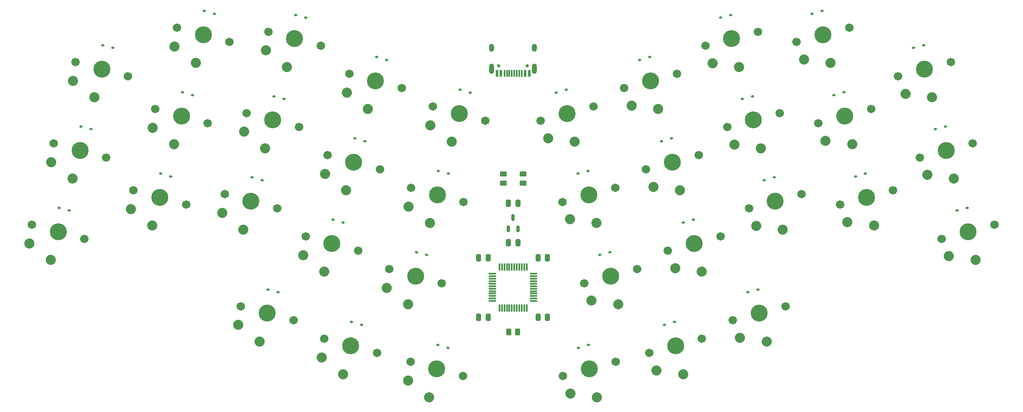
<source format=gts>
G04 #@! TF.GenerationSoftware,KiCad,Pcbnew,8.0.6+1*
G04 #@! TF.CreationDate,2024-12-07T22:08:21+01:00*
G04 #@! TF.ProjectId,keymini,6b65796d-696e-4692-9e6b-696361645f70,rev?*
G04 #@! TF.SameCoordinates,Original*
G04 #@! TF.FileFunction,Soldermask,Top*
G04 #@! TF.FilePolarity,Negative*
%FSLAX46Y46*%
G04 Gerber Fmt 4.6, Leading zero omitted, Abs format (unit mm)*
G04 Created by KiCad (PCBNEW 8.0.6+1) date 2024-12-07 22:08:21*
%MOMM*%
%LPD*%
G01*
G04 APERTURE LIST*
G04 Aperture macros list*
%AMRoundRect*
0 Rectangle with rounded corners*
0 $1 Rounding radius*
0 $2 $3 $4 $5 $6 $7 $8 $9 X,Y pos of 4 corners*
0 Add a 4 corners polygon primitive as box body*
4,1,4,$2,$3,$4,$5,$6,$7,$8,$9,$2,$3,0*
0 Add four circle primitives for the rounded corners*
1,1,$1+$1,$2,$3*
1,1,$1+$1,$4,$5*
1,1,$1+$1,$6,$7*
1,1,$1+$1,$8,$9*
0 Add four rect primitives between the rounded corners*
20,1,$1+$1,$2,$3,$4,$5,0*
20,1,$1+$1,$4,$5,$6,$7,0*
20,1,$1+$1,$6,$7,$8,$9,0*
20,1,$1+$1,$8,$9,$2,$3,0*%
G04 Aperture macros list end*
%ADD10RoundRect,0.250000X0.250000X0.475000X-0.250000X0.475000X-0.250000X-0.475000X0.250000X-0.475000X0*%
%ADD11C,1.701800*%
%ADD12C,3.429000*%
%ADD13C,2.032000*%
%ADD14RoundRect,0.112500X-0.210228X-0.060138X0.151994X-0.157195X0.210228X0.060138X-0.151994X0.157195X0*%
%ADD15RoundRect,0.112500X-0.151994X-0.157195X0.210228X-0.060138X0.151994X0.157195X-0.210228X0.060138X0*%
%ADD16RoundRect,0.250000X-0.250000X-0.475000X0.250000X-0.475000X0.250000X0.475000X-0.250000X0.475000X0*%
%ADD17RoundRect,0.250000X0.450000X-0.262500X0.450000X0.262500X-0.450000X0.262500X-0.450000X-0.262500X0*%
%ADD18RoundRect,0.075000X0.075000X-0.662500X0.075000X0.662500X-0.075000X0.662500X-0.075000X-0.662500X0*%
%ADD19RoundRect,0.075000X0.662500X-0.075000X0.662500X0.075000X-0.662500X0.075000X-0.662500X-0.075000X0*%
%ADD20RoundRect,0.250000X-0.450000X0.262500X-0.450000X-0.262500X0.450000X-0.262500X0.450000X0.262500X0*%
%ADD21RoundRect,0.250000X-0.262500X-0.450000X0.262500X-0.450000X0.262500X0.450000X-0.262500X0.450000X0*%
%ADD22C,0.650000*%
%ADD23R,0.600000X1.450000*%
%ADD24R,0.300000X1.450000*%
%ADD25O,1.000000X2.100000*%
%ADD26O,1.000000X1.600000*%
%ADD27RoundRect,0.150000X0.150000X-0.512500X0.150000X0.512500X-0.150000X0.512500X-0.150000X-0.512500X0*%
G04 APERTURE END LIST*
D10*
G04 #@! TO.C,C2*
X150950000Y-72000000D03*
X149050000Y-72000000D03*
G04 #@! TD*
D11*
G04 #@! TO.C,SW1J1*
X227715408Y-38328505D03*
D12*
X233028000Y-36905000D03*
D11*
X238340592Y-35481495D03*
D13*
X234555032Y-42603962D03*
X229181883Y-41869613D03*
G04 #@! TD*
D14*
G04 #@! TO.C,D2A1*
X62773778Y-48514240D03*
X64802222Y-49057760D03*
G04 #@! TD*
G04 #@! TO.C,D4D1*
X117415778Y-88002240D03*
X119444222Y-88545760D03*
G04 #@! TD*
D11*
G04 #@! TO.C,SW4F1*
X160087408Y-98896505D03*
D12*
X165400000Y-97473000D03*
D11*
X170712592Y-96049495D03*
D13*
X166927032Y-103171962D03*
X161553883Y-102437613D03*
G04 #@! TD*
D11*
G04 #@! TO.C,SW2I1*
X211623408Y-47817505D03*
D12*
X216936000Y-46394000D03*
D11*
X222248592Y-44970495D03*
D13*
X218463032Y-52092962D03*
X213089883Y-51358613D03*
G04 #@! TD*
D11*
G04 #@! TO.C,SW3I1*
X216022408Y-64237505D03*
D12*
X221335000Y-62814000D03*
D11*
X226647592Y-61390495D03*
D13*
X222862032Y-68512962D03*
X217488883Y-67778613D03*
G04 #@! TD*
D11*
G04 #@! TO.C,SW1G1*
X172449408Y-40713505D03*
D12*
X177762000Y-39290000D03*
D11*
X183074592Y-37866495D03*
D13*
X179289032Y-44988962D03*
X173915883Y-44254613D03*
G04 #@! TD*
D15*
G04 #@! TO.C,D2H1*
X196282778Y-42920760D03*
X198311222Y-42377240D03*
G04 #@! TD*
D11*
G04 #@! TO.C,SW4E1*
X129287408Y-96049495D03*
D12*
X134600000Y-97473000D03*
D11*
X139912592Y-98896505D03*
D13*
X133072968Y-103171962D03*
X128786858Y-99849423D03*
G04 #@! TD*
D15*
G04 #@! TO.C,D3H1*
X200682778Y-59341760D03*
X202711222Y-58798240D03*
G04 #@! TD*
D14*
G04 #@! TO.C,D4E1*
X134802778Y-92661240D03*
X136831222Y-93204760D03*
G04 #@! TD*
D11*
G04 #@! TO.C,SW3G1*
X181249408Y-73555505D03*
D12*
X186562000Y-72132000D03*
D11*
X191874592Y-70708495D03*
D13*
X188089032Y-77830962D03*
X182715883Y-77096613D03*
G04 #@! TD*
D11*
G04 #@! TO.C,SW3C1*
X91773408Y-62185495D03*
D12*
X97086000Y-63609000D03*
D11*
X102398592Y-65032505D03*
D13*
X95558968Y-69307962D03*
X91272858Y-65985423D03*
G04 #@! TD*
D10*
G04 #@! TO.C,C4*
X156950000Y-87000000D03*
X155050000Y-87000000D03*
G04 #@! TD*
D16*
G04 #@! TO.C,C1*
X149050000Y-64000000D03*
X150950000Y-64000000D03*
G04 #@! TD*
D15*
G04 #@! TO.C,D4G1*
X180555778Y-88545760D03*
X182584222Y-88002240D03*
G04 #@! TD*
D16*
G04 #@! TO.C,C3*
X155050000Y-75000000D03*
X156950000Y-75000000D03*
G04 #@! TD*
D15*
G04 #@! TO.C,D2G1*
X179931778Y-51442760D03*
X181960222Y-50899240D03*
G04 #@! TD*
G04 #@! TO.C,D1I1*
X210304778Y-25704760D03*
X212333222Y-25161240D03*
G04 #@! TD*
D11*
G04 #@! TO.C,SW4D1*
X111901408Y-91390495D03*
D12*
X117214000Y-92814000D03*
D11*
X122526592Y-94237505D03*
D13*
X115686968Y-98512962D03*
X111400858Y-95190423D03*
G04 #@! TD*
D11*
G04 #@! TO.C,SW4C1*
X95032408Y-84799495D03*
D12*
X100345000Y-86223000D03*
D11*
X105657592Y-87646505D03*
D13*
X98817968Y-91921962D03*
X94531858Y-88599423D03*
G04 #@! TD*
D14*
G04 #@! TO.C,D2B1*
X83266778Y-41582240D03*
X85295222Y-42125760D03*
G04 #@! TD*
D17*
G04 #@! TO.C,R2*
X148000000Y-59912500D03*
X148000000Y-58087500D03*
G04 #@! TD*
D18*
G04 #@! TO.C,U1*
X147250000Y-85162500D03*
X147750000Y-85162500D03*
X148250000Y-85162500D03*
X148750000Y-85162500D03*
X149250000Y-85162500D03*
X149750000Y-85162500D03*
X150250000Y-85162500D03*
X150750000Y-85162500D03*
X151250000Y-85162500D03*
X151750000Y-85162500D03*
X152250000Y-85162500D03*
X152750000Y-85162500D03*
D19*
X154162500Y-83750000D03*
X154162500Y-83250000D03*
X154162500Y-82750000D03*
X154162500Y-82250000D03*
X154162500Y-81750000D03*
X154162500Y-81250000D03*
X154162500Y-80750000D03*
X154162500Y-80250000D03*
X154162500Y-79750000D03*
X154162500Y-79250000D03*
X154162500Y-78750000D03*
X154162500Y-78250000D03*
D18*
X152750000Y-76837500D03*
X152250000Y-76837500D03*
X151750000Y-76837500D03*
X151250000Y-76837500D03*
X150750000Y-76837500D03*
X150250000Y-76837500D03*
X149750000Y-76837500D03*
X149250000Y-76837500D03*
X148750000Y-76837500D03*
X148250000Y-76837500D03*
X147750000Y-76837500D03*
X147250000Y-76837500D03*
D19*
X145837500Y-78250000D03*
X145837500Y-78750000D03*
X145837500Y-79250000D03*
X145837500Y-79750000D03*
X145837500Y-80250000D03*
X145837500Y-80750000D03*
X145837500Y-81250000D03*
X145837500Y-81750000D03*
X145837500Y-82250000D03*
X145837500Y-82750000D03*
X145837500Y-83250000D03*
X145837500Y-83750000D03*
G04 #@! TD*
D11*
G04 #@! TO.C,SW2F1*
X159980408Y-63725505D03*
D12*
X165293000Y-62302000D03*
D11*
X170605592Y-60878495D03*
D13*
X166820032Y-68000962D03*
X161446883Y-67266613D03*
G04 #@! TD*
D11*
G04 #@! TO.C,SW4G1*
X177473408Y-94237505D03*
D12*
X182786000Y-92814000D03*
D11*
X188098592Y-91390495D03*
D13*
X184313032Y-98512962D03*
X178939883Y-97778613D03*
G04 #@! TD*
D15*
G04 #@! TO.C,D2F1*
X163062778Y-58033760D03*
X165091222Y-57490240D03*
G04 #@! TD*
D11*
G04 #@! TO.C,SW2G1*
X176849408Y-57134505D03*
D12*
X182162000Y-55711000D03*
D11*
X187474592Y-54287495D03*
D13*
X183689032Y-61409962D03*
X178315883Y-60675613D03*
G04 #@! TD*
D14*
G04 #@! TO.C,D3C1*
X97288778Y-58798240D03*
X99317222Y-59341760D03*
G04 #@! TD*
G04 #@! TO.C,D3B1*
X78866778Y-58003240D03*
X80895222Y-58546760D03*
G04 #@! TD*
G04 #@! TO.C,D1A1*
X67173778Y-32093240D03*
X69202222Y-32636760D03*
G04 #@! TD*
D11*
G04 #@! TO.C,SW1H1*
X188801408Y-32191505D03*
D12*
X194114000Y-30768000D03*
D11*
X199426592Y-29344495D03*
D13*
X195641032Y-36466962D03*
X190267883Y-35732613D03*
G04 #@! TD*
D11*
G04 #@! TO.C,SW3A1*
X52859408Y-68323495D03*
D12*
X58172000Y-69747000D03*
D11*
X63484592Y-71170505D03*
D13*
X56644968Y-75445962D03*
X52358858Y-72123423D03*
G04 #@! TD*
D11*
G04 #@! TO.C,SW3F1*
X164380408Y-80145505D03*
D12*
X169693000Y-78722000D03*
D11*
X175005592Y-77298495D03*
D13*
X171220032Y-84420962D03*
X165846883Y-83686613D03*
G04 #@! TD*
D14*
G04 #@! TO.C,D4C1*
X100546778Y-81411240D03*
X102575222Y-81954760D03*
G04 #@! TD*
D11*
G04 #@! TO.C,SW2E1*
X129394408Y-60878495D03*
D12*
X134707000Y-62302000D03*
D11*
X140019592Y-63725505D03*
D13*
X133179968Y-68000962D03*
X128893858Y-64678423D03*
G04 #@! TD*
D20*
G04 #@! TO.C,R1*
X152000000Y-58087500D03*
X152000000Y-59912500D03*
G04 #@! TD*
D21*
G04 #@! TO.C,R3*
X149087500Y-90000000D03*
X150912500Y-90000000D03*
G04 #@! TD*
D14*
G04 #@! TO.C,D1B1*
X87666778Y-25161240D03*
X89695222Y-25704760D03*
G04 #@! TD*
G04 #@! TO.C,D1C1*
X106088778Y-25956240D03*
X108117222Y-26499760D03*
G04 #@! TD*
D11*
G04 #@! TO.C,SW3D1*
X108125408Y-70708495D03*
D12*
X113438000Y-72132000D03*
D11*
X118750592Y-73555505D03*
D13*
X111910968Y-77830962D03*
X107624858Y-74508423D03*
G04 #@! TD*
D11*
G04 #@! TO.C,SW3J1*
X236515408Y-71170505D03*
D12*
X241828000Y-69747000D03*
D11*
X247140592Y-68323495D03*
D13*
X243355032Y-75445962D03*
X237981883Y-74711613D03*
G04 #@! TD*
D11*
G04 #@! TO.C,SW3B1*
X73352408Y-61390495D03*
D12*
X78665000Y-62814000D03*
D11*
X83977592Y-64237505D03*
D13*
X77137968Y-68512962D03*
X72851858Y-65190423D03*
G04 #@! TD*
D11*
G04 #@! TO.C,SW1F1*
X155580408Y-47304505D03*
D12*
X160893000Y-45881000D03*
D11*
X166205592Y-44457495D03*
D13*
X162420032Y-51579962D03*
X157046883Y-50845613D03*
G04 #@! TD*
D11*
G04 #@! TO.C,SW2D1*
X112525408Y-54287495D03*
D12*
X117838000Y-55711000D03*
D11*
X123150592Y-57134505D03*
D13*
X116310968Y-61409962D03*
X112024858Y-58087423D03*
G04 #@! TD*
D16*
G04 #@! TO.C,C6*
X143050000Y-75000000D03*
X144950000Y-75000000D03*
G04 #@! TD*
D11*
G04 #@! TO.C,SW4H1*
X194342408Y-87646505D03*
D12*
X199655000Y-86223000D03*
D11*
X204967592Y-84799495D03*
D13*
X201182032Y-91921962D03*
X195808883Y-91187613D03*
G04 #@! TD*
D15*
G04 #@! TO.C,D1J1*
X230797778Y-32636760D03*
X232826222Y-32093240D03*
G04 #@! TD*
D14*
G04 #@! TO.C,D3E1*
X130508778Y-73911240D03*
X132537222Y-74454760D03*
G04 #@! TD*
G04 #@! TO.C,D3D1*
X113639778Y-67320240D03*
X115668222Y-67863760D03*
G04 #@! TD*
G04 #@! TO.C,D2E1*
X134908778Y-57490240D03*
X136937222Y-58033760D03*
G04 #@! TD*
G04 #@! TO.C,D1E1*
X139308778Y-41069240D03*
X141337222Y-41612760D03*
G04 #@! TD*
D15*
G04 #@! TO.C,D2I1*
X214704778Y-42125760D03*
X216733222Y-41582240D03*
G04 #@! TD*
G04 #@! TO.C,D1F1*
X158662778Y-41612760D03*
X160691222Y-41069240D03*
G04 #@! TD*
D11*
G04 #@! TO.C,SW2B1*
X77751408Y-44970495D03*
D12*
X83064000Y-46394000D03*
D11*
X88376592Y-47817505D03*
D13*
X81536968Y-52092962D03*
X77250858Y-48770423D03*
G04 #@! TD*
D15*
G04 #@! TO.C,D1H1*
X191882778Y-26499760D03*
X193911222Y-25956240D03*
G04 #@! TD*
D11*
G04 #@! TO.C,SW1E1*
X133794408Y-44457495D03*
D12*
X139107000Y-45881000D03*
D11*
X144419592Y-47304505D03*
D13*
X137579968Y-51579962D03*
X133293858Y-48257423D03*
G04 #@! TD*
D15*
G04 #@! TO.C,D3I1*
X219104778Y-58546760D03*
X221133222Y-58003240D03*
G04 #@! TD*
G04 #@! TO.C,D3J1*
X239597778Y-65478760D03*
X241626222Y-64935240D03*
G04 #@! TD*
D10*
G04 #@! TO.C,C5*
X144950000Y-87000000D03*
X143050000Y-87000000D03*
G04 #@! TD*
D14*
G04 #@! TO.C,D2C1*
X101688778Y-42377240D03*
X103717222Y-42920760D03*
G04 #@! TD*
D22*
G04 #@! TO.C,J1*
X152890000Y-36275000D03*
X147110000Y-36275000D03*
D23*
X153250000Y-37720000D03*
X152450000Y-37720000D03*
D24*
X151250000Y-37720000D03*
X150250000Y-37720000D03*
X149750000Y-37720000D03*
X148750000Y-37720000D03*
D23*
X147550000Y-37720000D03*
X146750000Y-37720000D03*
X146750000Y-37720000D03*
X147550000Y-37720000D03*
D24*
X148250000Y-37720000D03*
X149250000Y-37720000D03*
X150750000Y-37720000D03*
X151750000Y-37720000D03*
D23*
X152450000Y-37720000D03*
X153250000Y-37720000D03*
D25*
X154320000Y-36805000D03*
D26*
X154320000Y-32625000D03*
D25*
X145680000Y-36805000D03*
D26*
X145680000Y-32625000D03*
G04 #@! TD*
D15*
G04 #@! TO.C,D3F1*
X167462778Y-74454760D03*
X169491222Y-73911240D03*
G04 #@! TD*
D11*
G04 #@! TO.C,SW3H1*
X197601408Y-65032505D03*
D12*
X202914000Y-63609000D03*
D11*
X208226592Y-62185495D03*
D13*
X204441032Y-69307962D03*
X199067883Y-68573613D03*
G04 #@! TD*
D11*
G04 #@! TO.C,SW2J1*
X232115408Y-54749505D03*
D12*
X237428000Y-53326000D03*
D11*
X242740592Y-51902495D03*
D13*
X238955032Y-59024962D03*
X233581883Y-58290613D03*
G04 #@! TD*
D14*
G04 #@! TO.C,D2D1*
X118039778Y-50899240D03*
X120068222Y-51442760D03*
G04 #@! TD*
D15*
G04 #@! TO.C,D3G1*
X184331778Y-67863760D03*
X186360222Y-67320240D03*
G04 #@! TD*
D11*
G04 #@! TO.C,SW1B1*
X82151408Y-28549495D03*
D12*
X87464000Y-29973000D03*
D11*
X92776592Y-31396505D03*
D13*
X85936968Y-35671962D03*
X81650858Y-32349423D03*
G04 #@! TD*
D11*
G04 #@! TO.C,SW1D1*
X116925408Y-37866495D03*
D12*
X122238000Y-39290000D03*
D11*
X127550592Y-40713505D03*
D13*
X120710968Y-44988962D03*
X116424858Y-41666423D03*
G04 #@! TD*
D27*
G04 #@! TO.C,U2*
X149050000Y-69137500D03*
X150950000Y-69137500D03*
X150000000Y-66862500D03*
G04 #@! TD*
D11*
G04 #@! TO.C,SW2A1*
X57259408Y-51902495D03*
D12*
X62572000Y-53326000D03*
D11*
X67884592Y-54749505D03*
D13*
X61044968Y-59024962D03*
X56758858Y-55702423D03*
G04 #@! TD*
D11*
G04 #@! TO.C,SW1A1*
X61659408Y-35481495D03*
D12*
X66972000Y-36905000D03*
D11*
X72284592Y-38328505D03*
D13*
X65444968Y-42603962D03*
X61158858Y-39281423D03*
G04 #@! TD*
D14*
G04 #@! TO.C,D3A1*
X58373778Y-64935240D03*
X60402222Y-65478760D03*
G04 #@! TD*
D15*
G04 #@! TO.C,D4H1*
X197424778Y-81954760D03*
X199453222Y-81411240D03*
G04 #@! TD*
D11*
G04 #@! TO.C,SW3E1*
X124994408Y-77298495D03*
D12*
X130307000Y-78722000D03*
D11*
X135619592Y-80145505D03*
D13*
X128779968Y-84420962D03*
X124493858Y-81098423D03*
G04 #@! TD*
D15*
G04 #@! TO.C,D2J1*
X235197778Y-49057760D03*
X237226222Y-48514240D03*
G04 #@! TD*
D14*
G04 #@! TO.C,D1D1*
X122439778Y-34479240D03*
X124468222Y-35022760D03*
G04 #@! TD*
D15*
G04 #@! TO.C,D4F1*
X163168778Y-93204760D03*
X165197222Y-92661240D03*
G04 #@! TD*
D11*
G04 #@! TO.C,SW2C1*
X96173408Y-45765495D03*
D12*
X101486000Y-47189000D03*
D11*
X106798592Y-48612505D03*
D13*
X99958968Y-52887962D03*
X95672858Y-49565423D03*
G04 #@! TD*
D11*
G04 #@! TO.C,SW1C1*
X100573408Y-29344495D03*
D12*
X105886000Y-30768000D03*
D11*
X111198592Y-32191505D03*
D13*
X104358968Y-36466962D03*
X100072858Y-33144423D03*
G04 #@! TD*
D11*
G04 #@! TO.C,SW2H1*
X193201408Y-48612505D03*
D12*
X198514000Y-47189000D03*
D11*
X203826592Y-45765495D03*
D13*
X200041032Y-52887962D03*
X194667883Y-52153613D03*
G04 #@! TD*
D15*
G04 #@! TO.C,D1G1*
X175531778Y-35022760D03*
X177560222Y-34479240D03*
G04 #@! TD*
D11*
G04 #@! TO.C,SW1I1*
X207223408Y-31396505D03*
D12*
X212536000Y-29973000D03*
D11*
X217848592Y-28549495D03*
D13*
X214063032Y-35671962D03*
X208689883Y-34937613D03*
G04 #@! TD*
M02*

</source>
